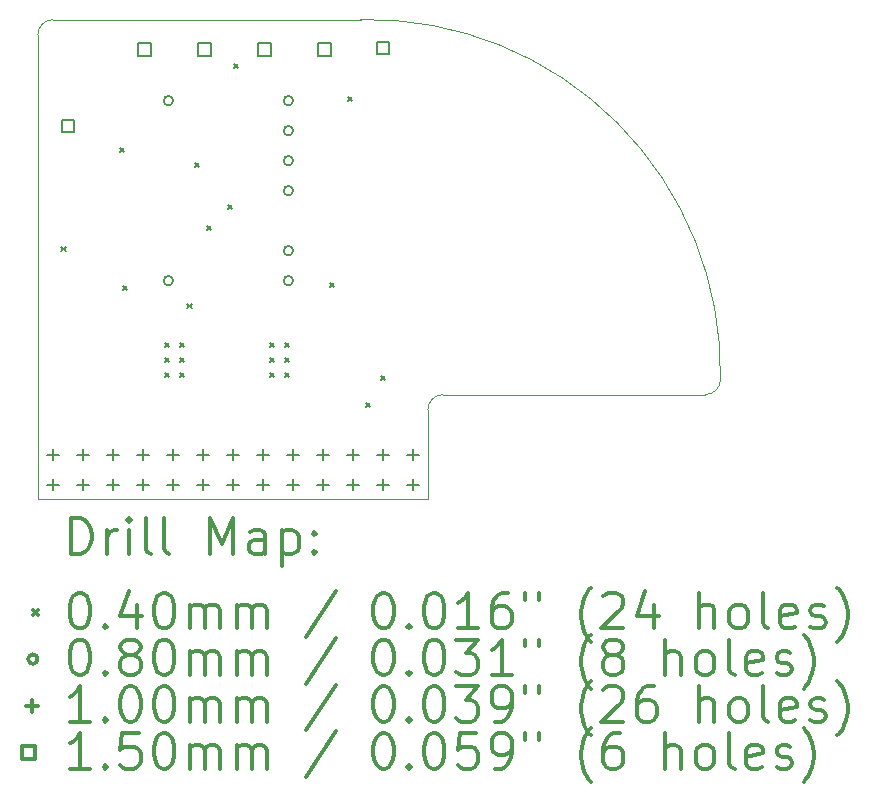
<source format=gbr>
%FSLAX45Y45*%
G04 Gerber Fmt 4.5, Leading zero omitted, Abs format (unit mm)*
G04 Created by KiCad (PCBNEW (5.1.9)-1) date 2021-02-23 11:20:20*
%MOMM*%
%LPD*%
G01*
G04 APERTURE LIST*
%TA.AperFunction,Profile*%
%ADD10C,0.050000*%
%TD*%
%ADD11C,0.200000*%
%ADD12C,0.300000*%
G04 APERTURE END LIST*
D10*
X8242300Y-5245100D02*
G75*
G02*
X8115300Y-5372100I-127000J0D01*
G01*
X5196266Y-2197059D02*
G75*
G02*
X8242300Y-5245100I61534J-2984541D01*
G01*
X2463800Y-2324100D02*
G75*
G02*
X2590800Y-2197100I127000J0D01*
G01*
X5765800Y-5499100D02*
G75*
G02*
X5892800Y-5372100I127000J0D01*
G01*
X8115300Y-5372100D02*
X5892800Y-5372100D01*
X5765800Y-5499100D02*
X5765800Y-6252600D01*
X2463800Y-6252600D02*
X5765800Y-6252600D01*
X2590800Y-2197100D02*
X5196266Y-2197059D01*
X2463800Y-2324100D02*
X2463800Y-6252600D01*
D11*
X2659700Y-4120200D02*
X2699700Y-4160200D01*
X2699700Y-4120200D02*
X2659700Y-4160200D01*
X3155000Y-3282000D02*
X3195000Y-3322000D01*
X3195000Y-3282000D02*
X3155000Y-3322000D01*
X3180400Y-4450400D02*
X3220400Y-4490400D01*
X3220400Y-4450400D02*
X3180400Y-4490400D01*
X3536000Y-4933000D02*
X3576000Y-4973000D01*
X3576000Y-4933000D02*
X3536000Y-4973000D01*
X3536000Y-5060000D02*
X3576000Y-5100000D01*
X3576000Y-5060000D02*
X3536000Y-5100000D01*
X3536000Y-5187000D02*
X3576000Y-5227000D01*
X3576000Y-5187000D02*
X3536000Y-5227000D01*
X3663000Y-4933000D02*
X3703000Y-4973000D01*
X3703000Y-4933000D02*
X3663000Y-4973000D01*
X3663000Y-5060000D02*
X3703000Y-5100000D01*
X3703000Y-5060000D02*
X3663000Y-5100000D01*
X3663000Y-5187000D02*
X3703000Y-5227000D01*
X3703000Y-5187000D02*
X3663000Y-5227000D01*
X3726500Y-4602800D02*
X3766500Y-4642800D01*
X3766500Y-4602800D02*
X3726500Y-4642800D01*
X3790000Y-3409000D02*
X3830000Y-3449000D01*
X3830000Y-3409000D02*
X3790000Y-3449000D01*
X3891600Y-3942400D02*
X3931600Y-3982400D01*
X3931600Y-3942400D02*
X3891600Y-3982400D01*
X4069400Y-3764600D02*
X4109400Y-3804600D01*
X4109400Y-3764600D02*
X4069400Y-3804600D01*
X4120200Y-2570800D02*
X4160200Y-2610800D01*
X4160200Y-2570800D02*
X4120200Y-2610800D01*
X4425000Y-4933000D02*
X4465000Y-4973000D01*
X4465000Y-4933000D02*
X4425000Y-4973000D01*
X4425000Y-5060000D02*
X4465000Y-5100000D01*
X4465000Y-5060000D02*
X4425000Y-5100000D01*
X4425000Y-5187000D02*
X4465000Y-5227000D01*
X4465000Y-5187000D02*
X4425000Y-5227000D01*
X4552000Y-4933000D02*
X4592000Y-4973000D01*
X4592000Y-4933000D02*
X4552000Y-4973000D01*
X4552000Y-5060000D02*
X4592000Y-5100000D01*
X4592000Y-5060000D02*
X4552000Y-5100000D01*
X4552000Y-5187000D02*
X4592000Y-5227000D01*
X4592000Y-5187000D02*
X4552000Y-5227000D01*
X4933000Y-4425000D02*
X4973000Y-4465000D01*
X4973000Y-4425000D02*
X4933000Y-4465000D01*
X5085400Y-2850200D02*
X5125400Y-2890200D01*
X5125400Y-2850200D02*
X5085400Y-2890200D01*
X5237800Y-5440998D02*
X5277800Y-5480998D01*
X5277800Y-5440998D02*
X5237800Y-5480998D01*
X5364800Y-5212400D02*
X5404800Y-5252400D01*
X5404800Y-5212400D02*
X5364800Y-5252400D01*
X3608700Y-2882900D02*
G75*
G03*
X3608700Y-2882900I-40000J0D01*
G01*
X3608700Y-4406900D02*
G75*
G03*
X3608700Y-4406900I-40000J0D01*
G01*
X4624700Y-2882900D02*
G75*
G03*
X4624700Y-2882900I-40000J0D01*
G01*
X4624700Y-3136900D02*
G75*
G03*
X4624700Y-3136900I-40000J0D01*
G01*
X4624700Y-3390900D02*
G75*
G03*
X4624700Y-3390900I-40000J0D01*
G01*
X4624700Y-3644900D02*
G75*
G03*
X4624700Y-3644900I-40000J0D01*
G01*
X4624700Y-4152900D02*
G75*
G03*
X4624700Y-4152900I-40000J0D01*
G01*
X4624700Y-4406900D02*
G75*
G03*
X4624700Y-4406900I-40000J0D01*
G01*
X2590800Y-5830100D02*
X2590800Y-5930100D01*
X2540800Y-5880100D02*
X2640800Y-5880100D01*
X2590800Y-6084100D02*
X2590800Y-6184100D01*
X2540800Y-6134100D02*
X2640800Y-6134100D01*
X2844800Y-5830100D02*
X2844800Y-5930100D01*
X2794800Y-5880100D02*
X2894800Y-5880100D01*
X2844800Y-6084100D02*
X2844800Y-6184100D01*
X2794800Y-6134100D02*
X2894800Y-6134100D01*
X3098800Y-5830100D02*
X3098800Y-5930100D01*
X3048800Y-5880100D02*
X3148800Y-5880100D01*
X3098800Y-6084100D02*
X3098800Y-6184100D01*
X3048800Y-6134100D02*
X3148800Y-6134100D01*
X3352800Y-5830100D02*
X3352800Y-5930100D01*
X3302800Y-5880100D02*
X3402800Y-5880100D01*
X3352800Y-6084100D02*
X3352800Y-6184100D01*
X3302800Y-6134100D02*
X3402800Y-6134100D01*
X3606800Y-5830100D02*
X3606800Y-5930100D01*
X3556800Y-5880100D02*
X3656800Y-5880100D01*
X3606800Y-6084100D02*
X3606800Y-6184100D01*
X3556800Y-6134100D02*
X3656800Y-6134100D01*
X3860800Y-5830100D02*
X3860800Y-5930100D01*
X3810800Y-5880100D02*
X3910800Y-5880100D01*
X3860800Y-6084100D02*
X3860800Y-6184100D01*
X3810800Y-6134100D02*
X3910800Y-6134100D01*
X4114800Y-5830100D02*
X4114800Y-5930100D01*
X4064800Y-5880100D02*
X4164800Y-5880100D01*
X4114800Y-6084100D02*
X4114800Y-6184100D01*
X4064800Y-6134100D02*
X4164800Y-6134100D01*
X4368800Y-5830100D02*
X4368800Y-5930100D01*
X4318800Y-5880100D02*
X4418800Y-5880100D01*
X4368800Y-6084100D02*
X4368800Y-6184100D01*
X4318800Y-6134100D02*
X4418800Y-6134100D01*
X4622800Y-5830100D02*
X4622800Y-5930100D01*
X4572800Y-5880100D02*
X4672800Y-5880100D01*
X4622800Y-6084100D02*
X4622800Y-6184100D01*
X4572800Y-6134100D02*
X4672800Y-6134100D01*
X4876800Y-5830100D02*
X4876800Y-5930100D01*
X4826800Y-5880100D02*
X4926800Y-5880100D01*
X4876800Y-6084100D02*
X4876800Y-6184100D01*
X4826800Y-6134100D02*
X4926800Y-6134100D01*
X5130800Y-5830100D02*
X5130800Y-5930100D01*
X5080800Y-5880100D02*
X5180800Y-5880100D01*
X5130800Y-6084100D02*
X5130800Y-6184100D01*
X5080800Y-6134100D02*
X5180800Y-6134100D01*
X5384800Y-5830100D02*
X5384800Y-5930100D01*
X5334800Y-5880100D02*
X5434800Y-5880100D01*
X5384800Y-6084100D02*
X5384800Y-6184100D01*
X5334800Y-6134100D02*
X5434800Y-6134100D01*
X5638800Y-5830100D02*
X5638800Y-5930100D01*
X5588800Y-5880100D02*
X5688800Y-5880100D01*
X5638800Y-6084100D02*
X5638800Y-6184100D01*
X5588800Y-6134100D02*
X5688800Y-6134100D01*
X2770834Y-3151833D02*
X2770834Y-3045766D01*
X2664767Y-3045766D01*
X2664767Y-3151833D01*
X2770834Y-3151833D01*
X3418533Y-2504134D02*
X3418533Y-2398067D01*
X3312466Y-2398067D01*
X3312466Y-2504134D01*
X3418533Y-2504134D01*
X3926533Y-2504134D02*
X3926533Y-2398067D01*
X3820466Y-2398067D01*
X3820466Y-2504134D01*
X3926533Y-2504134D01*
X4434534Y-2504134D02*
X4434534Y-2398067D01*
X4328467Y-2398067D01*
X4328467Y-2504134D01*
X4434534Y-2504134D01*
X4942534Y-2504134D02*
X4942534Y-2398067D01*
X4836467Y-2398067D01*
X4836467Y-2504134D01*
X4942534Y-2504134D01*
X5437834Y-2491434D02*
X5437834Y-2385367D01*
X5331767Y-2385367D01*
X5331767Y-2491434D01*
X5437834Y-2491434D01*
D12*
X2747728Y-6720814D02*
X2747728Y-6420814D01*
X2819157Y-6420814D01*
X2862014Y-6435100D01*
X2890586Y-6463671D01*
X2904871Y-6492243D01*
X2919157Y-6549386D01*
X2919157Y-6592243D01*
X2904871Y-6649386D01*
X2890586Y-6677957D01*
X2862014Y-6706529D01*
X2819157Y-6720814D01*
X2747728Y-6720814D01*
X3047728Y-6720814D02*
X3047728Y-6520814D01*
X3047728Y-6577957D02*
X3062014Y-6549386D01*
X3076300Y-6535100D01*
X3104871Y-6520814D01*
X3133443Y-6520814D01*
X3233443Y-6720814D02*
X3233443Y-6520814D01*
X3233443Y-6420814D02*
X3219157Y-6435100D01*
X3233443Y-6449386D01*
X3247728Y-6435100D01*
X3233443Y-6420814D01*
X3233443Y-6449386D01*
X3419157Y-6720814D02*
X3390586Y-6706529D01*
X3376300Y-6677957D01*
X3376300Y-6420814D01*
X3576300Y-6720814D02*
X3547728Y-6706529D01*
X3533443Y-6677957D01*
X3533443Y-6420814D01*
X3919157Y-6720814D02*
X3919157Y-6420814D01*
X4019157Y-6635100D01*
X4119157Y-6420814D01*
X4119157Y-6720814D01*
X4390586Y-6720814D02*
X4390586Y-6563671D01*
X4376300Y-6535100D01*
X4347728Y-6520814D01*
X4290586Y-6520814D01*
X4262014Y-6535100D01*
X4390586Y-6706529D02*
X4362014Y-6720814D01*
X4290586Y-6720814D01*
X4262014Y-6706529D01*
X4247728Y-6677957D01*
X4247728Y-6649386D01*
X4262014Y-6620814D01*
X4290586Y-6606529D01*
X4362014Y-6606529D01*
X4390586Y-6592243D01*
X4533443Y-6520814D02*
X4533443Y-6820814D01*
X4533443Y-6535100D02*
X4562014Y-6520814D01*
X4619157Y-6520814D01*
X4647728Y-6535100D01*
X4662014Y-6549386D01*
X4676300Y-6577957D01*
X4676300Y-6663671D01*
X4662014Y-6692243D01*
X4647728Y-6706529D01*
X4619157Y-6720814D01*
X4562014Y-6720814D01*
X4533443Y-6706529D01*
X4804871Y-6692243D02*
X4819157Y-6706529D01*
X4804871Y-6720814D01*
X4790586Y-6706529D01*
X4804871Y-6692243D01*
X4804871Y-6720814D01*
X4804871Y-6535100D02*
X4819157Y-6549386D01*
X4804871Y-6563671D01*
X4790586Y-6549386D01*
X4804871Y-6535100D01*
X4804871Y-6563671D01*
X2421300Y-7195100D02*
X2461300Y-7235100D01*
X2461300Y-7195100D02*
X2421300Y-7235100D01*
X2804871Y-7050814D02*
X2833443Y-7050814D01*
X2862014Y-7065100D01*
X2876300Y-7079386D01*
X2890586Y-7107957D01*
X2904871Y-7165100D01*
X2904871Y-7236529D01*
X2890586Y-7293671D01*
X2876300Y-7322243D01*
X2862014Y-7336529D01*
X2833443Y-7350814D01*
X2804871Y-7350814D01*
X2776300Y-7336529D01*
X2762014Y-7322243D01*
X2747728Y-7293671D01*
X2733443Y-7236529D01*
X2733443Y-7165100D01*
X2747728Y-7107957D01*
X2762014Y-7079386D01*
X2776300Y-7065100D01*
X2804871Y-7050814D01*
X3033443Y-7322243D02*
X3047728Y-7336529D01*
X3033443Y-7350814D01*
X3019157Y-7336529D01*
X3033443Y-7322243D01*
X3033443Y-7350814D01*
X3304871Y-7150814D02*
X3304871Y-7350814D01*
X3233443Y-7036529D02*
X3162014Y-7250814D01*
X3347728Y-7250814D01*
X3519157Y-7050814D02*
X3547728Y-7050814D01*
X3576300Y-7065100D01*
X3590586Y-7079386D01*
X3604871Y-7107957D01*
X3619157Y-7165100D01*
X3619157Y-7236529D01*
X3604871Y-7293671D01*
X3590586Y-7322243D01*
X3576300Y-7336529D01*
X3547728Y-7350814D01*
X3519157Y-7350814D01*
X3490586Y-7336529D01*
X3476300Y-7322243D01*
X3462014Y-7293671D01*
X3447728Y-7236529D01*
X3447728Y-7165100D01*
X3462014Y-7107957D01*
X3476300Y-7079386D01*
X3490586Y-7065100D01*
X3519157Y-7050814D01*
X3747728Y-7350814D02*
X3747728Y-7150814D01*
X3747728Y-7179386D02*
X3762014Y-7165100D01*
X3790586Y-7150814D01*
X3833443Y-7150814D01*
X3862014Y-7165100D01*
X3876300Y-7193671D01*
X3876300Y-7350814D01*
X3876300Y-7193671D02*
X3890586Y-7165100D01*
X3919157Y-7150814D01*
X3962014Y-7150814D01*
X3990586Y-7165100D01*
X4004871Y-7193671D01*
X4004871Y-7350814D01*
X4147728Y-7350814D02*
X4147728Y-7150814D01*
X4147728Y-7179386D02*
X4162014Y-7165100D01*
X4190586Y-7150814D01*
X4233443Y-7150814D01*
X4262014Y-7165100D01*
X4276300Y-7193671D01*
X4276300Y-7350814D01*
X4276300Y-7193671D02*
X4290586Y-7165100D01*
X4319157Y-7150814D01*
X4362014Y-7150814D01*
X4390586Y-7165100D01*
X4404871Y-7193671D01*
X4404871Y-7350814D01*
X4990586Y-7036529D02*
X4733443Y-7422243D01*
X5376300Y-7050814D02*
X5404871Y-7050814D01*
X5433443Y-7065100D01*
X5447728Y-7079386D01*
X5462014Y-7107957D01*
X5476300Y-7165100D01*
X5476300Y-7236529D01*
X5462014Y-7293671D01*
X5447728Y-7322243D01*
X5433443Y-7336529D01*
X5404871Y-7350814D01*
X5376300Y-7350814D01*
X5347728Y-7336529D01*
X5333443Y-7322243D01*
X5319157Y-7293671D01*
X5304871Y-7236529D01*
X5304871Y-7165100D01*
X5319157Y-7107957D01*
X5333443Y-7079386D01*
X5347728Y-7065100D01*
X5376300Y-7050814D01*
X5604871Y-7322243D02*
X5619157Y-7336529D01*
X5604871Y-7350814D01*
X5590586Y-7336529D01*
X5604871Y-7322243D01*
X5604871Y-7350814D01*
X5804871Y-7050814D02*
X5833443Y-7050814D01*
X5862014Y-7065100D01*
X5876300Y-7079386D01*
X5890586Y-7107957D01*
X5904871Y-7165100D01*
X5904871Y-7236529D01*
X5890586Y-7293671D01*
X5876300Y-7322243D01*
X5862014Y-7336529D01*
X5833443Y-7350814D01*
X5804871Y-7350814D01*
X5776300Y-7336529D01*
X5762014Y-7322243D01*
X5747728Y-7293671D01*
X5733443Y-7236529D01*
X5733443Y-7165100D01*
X5747728Y-7107957D01*
X5762014Y-7079386D01*
X5776300Y-7065100D01*
X5804871Y-7050814D01*
X6190586Y-7350814D02*
X6019157Y-7350814D01*
X6104871Y-7350814D02*
X6104871Y-7050814D01*
X6076300Y-7093671D01*
X6047728Y-7122243D01*
X6019157Y-7136529D01*
X6447728Y-7050814D02*
X6390586Y-7050814D01*
X6362014Y-7065100D01*
X6347728Y-7079386D01*
X6319157Y-7122243D01*
X6304871Y-7179386D01*
X6304871Y-7293671D01*
X6319157Y-7322243D01*
X6333443Y-7336529D01*
X6362014Y-7350814D01*
X6419157Y-7350814D01*
X6447728Y-7336529D01*
X6462014Y-7322243D01*
X6476300Y-7293671D01*
X6476300Y-7222243D01*
X6462014Y-7193671D01*
X6447728Y-7179386D01*
X6419157Y-7165100D01*
X6362014Y-7165100D01*
X6333443Y-7179386D01*
X6319157Y-7193671D01*
X6304871Y-7222243D01*
X6590586Y-7050814D02*
X6590586Y-7107957D01*
X6704871Y-7050814D02*
X6704871Y-7107957D01*
X7147728Y-7465100D02*
X7133443Y-7450814D01*
X7104871Y-7407957D01*
X7090586Y-7379386D01*
X7076300Y-7336529D01*
X7062014Y-7265100D01*
X7062014Y-7207957D01*
X7076300Y-7136529D01*
X7090586Y-7093671D01*
X7104871Y-7065100D01*
X7133443Y-7022243D01*
X7147728Y-7007957D01*
X7247728Y-7079386D02*
X7262014Y-7065100D01*
X7290586Y-7050814D01*
X7362014Y-7050814D01*
X7390586Y-7065100D01*
X7404871Y-7079386D01*
X7419157Y-7107957D01*
X7419157Y-7136529D01*
X7404871Y-7179386D01*
X7233443Y-7350814D01*
X7419157Y-7350814D01*
X7676300Y-7150814D02*
X7676300Y-7350814D01*
X7604871Y-7036529D02*
X7533443Y-7250814D01*
X7719157Y-7250814D01*
X8062014Y-7350814D02*
X8062014Y-7050814D01*
X8190586Y-7350814D02*
X8190586Y-7193671D01*
X8176300Y-7165100D01*
X8147728Y-7150814D01*
X8104871Y-7150814D01*
X8076300Y-7165100D01*
X8062014Y-7179386D01*
X8376300Y-7350814D02*
X8347728Y-7336529D01*
X8333443Y-7322243D01*
X8319157Y-7293671D01*
X8319157Y-7207957D01*
X8333443Y-7179386D01*
X8347728Y-7165100D01*
X8376300Y-7150814D01*
X8419157Y-7150814D01*
X8447728Y-7165100D01*
X8462014Y-7179386D01*
X8476300Y-7207957D01*
X8476300Y-7293671D01*
X8462014Y-7322243D01*
X8447728Y-7336529D01*
X8419157Y-7350814D01*
X8376300Y-7350814D01*
X8647728Y-7350814D02*
X8619157Y-7336529D01*
X8604871Y-7307957D01*
X8604871Y-7050814D01*
X8876300Y-7336529D02*
X8847728Y-7350814D01*
X8790586Y-7350814D01*
X8762014Y-7336529D01*
X8747728Y-7307957D01*
X8747728Y-7193671D01*
X8762014Y-7165100D01*
X8790586Y-7150814D01*
X8847728Y-7150814D01*
X8876300Y-7165100D01*
X8890586Y-7193671D01*
X8890586Y-7222243D01*
X8747728Y-7250814D01*
X9004871Y-7336529D02*
X9033443Y-7350814D01*
X9090586Y-7350814D01*
X9119157Y-7336529D01*
X9133443Y-7307957D01*
X9133443Y-7293671D01*
X9119157Y-7265100D01*
X9090586Y-7250814D01*
X9047728Y-7250814D01*
X9019157Y-7236529D01*
X9004871Y-7207957D01*
X9004871Y-7193671D01*
X9019157Y-7165100D01*
X9047728Y-7150814D01*
X9090586Y-7150814D01*
X9119157Y-7165100D01*
X9233443Y-7465100D02*
X9247728Y-7450814D01*
X9276300Y-7407957D01*
X9290586Y-7379386D01*
X9304871Y-7336529D01*
X9319157Y-7265100D01*
X9319157Y-7207957D01*
X9304871Y-7136529D01*
X9290586Y-7093671D01*
X9276300Y-7065100D01*
X9247728Y-7022243D01*
X9233443Y-7007957D01*
X2461300Y-7611100D02*
G75*
G03*
X2461300Y-7611100I-40000J0D01*
G01*
X2804871Y-7446814D02*
X2833443Y-7446814D01*
X2862014Y-7461100D01*
X2876300Y-7475386D01*
X2890586Y-7503957D01*
X2904871Y-7561100D01*
X2904871Y-7632529D01*
X2890586Y-7689671D01*
X2876300Y-7718243D01*
X2862014Y-7732529D01*
X2833443Y-7746814D01*
X2804871Y-7746814D01*
X2776300Y-7732529D01*
X2762014Y-7718243D01*
X2747728Y-7689671D01*
X2733443Y-7632529D01*
X2733443Y-7561100D01*
X2747728Y-7503957D01*
X2762014Y-7475386D01*
X2776300Y-7461100D01*
X2804871Y-7446814D01*
X3033443Y-7718243D02*
X3047728Y-7732529D01*
X3033443Y-7746814D01*
X3019157Y-7732529D01*
X3033443Y-7718243D01*
X3033443Y-7746814D01*
X3219157Y-7575386D02*
X3190586Y-7561100D01*
X3176300Y-7546814D01*
X3162014Y-7518243D01*
X3162014Y-7503957D01*
X3176300Y-7475386D01*
X3190586Y-7461100D01*
X3219157Y-7446814D01*
X3276300Y-7446814D01*
X3304871Y-7461100D01*
X3319157Y-7475386D01*
X3333443Y-7503957D01*
X3333443Y-7518243D01*
X3319157Y-7546814D01*
X3304871Y-7561100D01*
X3276300Y-7575386D01*
X3219157Y-7575386D01*
X3190586Y-7589671D01*
X3176300Y-7603957D01*
X3162014Y-7632529D01*
X3162014Y-7689671D01*
X3176300Y-7718243D01*
X3190586Y-7732529D01*
X3219157Y-7746814D01*
X3276300Y-7746814D01*
X3304871Y-7732529D01*
X3319157Y-7718243D01*
X3333443Y-7689671D01*
X3333443Y-7632529D01*
X3319157Y-7603957D01*
X3304871Y-7589671D01*
X3276300Y-7575386D01*
X3519157Y-7446814D02*
X3547728Y-7446814D01*
X3576300Y-7461100D01*
X3590586Y-7475386D01*
X3604871Y-7503957D01*
X3619157Y-7561100D01*
X3619157Y-7632529D01*
X3604871Y-7689671D01*
X3590586Y-7718243D01*
X3576300Y-7732529D01*
X3547728Y-7746814D01*
X3519157Y-7746814D01*
X3490586Y-7732529D01*
X3476300Y-7718243D01*
X3462014Y-7689671D01*
X3447728Y-7632529D01*
X3447728Y-7561100D01*
X3462014Y-7503957D01*
X3476300Y-7475386D01*
X3490586Y-7461100D01*
X3519157Y-7446814D01*
X3747728Y-7746814D02*
X3747728Y-7546814D01*
X3747728Y-7575386D02*
X3762014Y-7561100D01*
X3790586Y-7546814D01*
X3833443Y-7546814D01*
X3862014Y-7561100D01*
X3876300Y-7589671D01*
X3876300Y-7746814D01*
X3876300Y-7589671D02*
X3890586Y-7561100D01*
X3919157Y-7546814D01*
X3962014Y-7546814D01*
X3990586Y-7561100D01*
X4004871Y-7589671D01*
X4004871Y-7746814D01*
X4147728Y-7746814D02*
X4147728Y-7546814D01*
X4147728Y-7575386D02*
X4162014Y-7561100D01*
X4190586Y-7546814D01*
X4233443Y-7546814D01*
X4262014Y-7561100D01*
X4276300Y-7589671D01*
X4276300Y-7746814D01*
X4276300Y-7589671D02*
X4290586Y-7561100D01*
X4319157Y-7546814D01*
X4362014Y-7546814D01*
X4390586Y-7561100D01*
X4404871Y-7589671D01*
X4404871Y-7746814D01*
X4990586Y-7432529D02*
X4733443Y-7818243D01*
X5376300Y-7446814D02*
X5404871Y-7446814D01*
X5433443Y-7461100D01*
X5447728Y-7475386D01*
X5462014Y-7503957D01*
X5476300Y-7561100D01*
X5476300Y-7632529D01*
X5462014Y-7689671D01*
X5447728Y-7718243D01*
X5433443Y-7732529D01*
X5404871Y-7746814D01*
X5376300Y-7746814D01*
X5347728Y-7732529D01*
X5333443Y-7718243D01*
X5319157Y-7689671D01*
X5304871Y-7632529D01*
X5304871Y-7561100D01*
X5319157Y-7503957D01*
X5333443Y-7475386D01*
X5347728Y-7461100D01*
X5376300Y-7446814D01*
X5604871Y-7718243D02*
X5619157Y-7732529D01*
X5604871Y-7746814D01*
X5590586Y-7732529D01*
X5604871Y-7718243D01*
X5604871Y-7746814D01*
X5804871Y-7446814D02*
X5833443Y-7446814D01*
X5862014Y-7461100D01*
X5876300Y-7475386D01*
X5890586Y-7503957D01*
X5904871Y-7561100D01*
X5904871Y-7632529D01*
X5890586Y-7689671D01*
X5876300Y-7718243D01*
X5862014Y-7732529D01*
X5833443Y-7746814D01*
X5804871Y-7746814D01*
X5776300Y-7732529D01*
X5762014Y-7718243D01*
X5747728Y-7689671D01*
X5733443Y-7632529D01*
X5733443Y-7561100D01*
X5747728Y-7503957D01*
X5762014Y-7475386D01*
X5776300Y-7461100D01*
X5804871Y-7446814D01*
X6004871Y-7446814D02*
X6190586Y-7446814D01*
X6090586Y-7561100D01*
X6133443Y-7561100D01*
X6162014Y-7575386D01*
X6176300Y-7589671D01*
X6190586Y-7618243D01*
X6190586Y-7689671D01*
X6176300Y-7718243D01*
X6162014Y-7732529D01*
X6133443Y-7746814D01*
X6047728Y-7746814D01*
X6019157Y-7732529D01*
X6004871Y-7718243D01*
X6476300Y-7746814D02*
X6304871Y-7746814D01*
X6390586Y-7746814D02*
X6390586Y-7446814D01*
X6362014Y-7489671D01*
X6333443Y-7518243D01*
X6304871Y-7532529D01*
X6590586Y-7446814D02*
X6590586Y-7503957D01*
X6704871Y-7446814D02*
X6704871Y-7503957D01*
X7147728Y-7861100D02*
X7133443Y-7846814D01*
X7104871Y-7803957D01*
X7090586Y-7775386D01*
X7076300Y-7732529D01*
X7062014Y-7661100D01*
X7062014Y-7603957D01*
X7076300Y-7532529D01*
X7090586Y-7489671D01*
X7104871Y-7461100D01*
X7133443Y-7418243D01*
X7147728Y-7403957D01*
X7304871Y-7575386D02*
X7276300Y-7561100D01*
X7262014Y-7546814D01*
X7247728Y-7518243D01*
X7247728Y-7503957D01*
X7262014Y-7475386D01*
X7276300Y-7461100D01*
X7304871Y-7446814D01*
X7362014Y-7446814D01*
X7390586Y-7461100D01*
X7404871Y-7475386D01*
X7419157Y-7503957D01*
X7419157Y-7518243D01*
X7404871Y-7546814D01*
X7390586Y-7561100D01*
X7362014Y-7575386D01*
X7304871Y-7575386D01*
X7276300Y-7589671D01*
X7262014Y-7603957D01*
X7247728Y-7632529D01*
X7247728Y-7689671D01*
X7262014Y-7718243D01*
X7276300Y-7732529D01*
X7304871Y-7746814D01*
X7362014Y-7746814D01*
X7390586Y-7732529D01*
X7404871Y-7718243D01*
X7419157Y-7689671D01*
X7419157Y-7632529D01*
X7404871Y-7603957D01*
X7390586Y-7589671D01*
X7362014Y-7575386D01*
X7776300Y-7746814D02*
X7776300Y-7446814D01*
X7904871Y-7746814D02*
X7904871Y-7589671D01*
X7890586Y-7561100D01*
X7862014Y-7546814D01*
X7819157Y-7546814D01*
X7790586Y-7561100D01*
X7776300Y-7575386D01*
X8090586Y-7746814D02*
X8062014Y-7732529D01*
X8047728Y-7718243D01*
X8033443Y-7689671D01*
X8033443Y-7603957D01*
X8047728Y-7575386D01*
X8062014Y-7561100D01*
X8090586Y-7546814D01*
X8133443Y-7546814D01*
X8162014Y-7561100D01*
X8176300Y-7575386D01*
X8190586Y-7603957D01*
X8190586Y-7689671D01*
X8176300Y-7718243D01*
X8162014Y-7732529D01*
X8133443Y-7746814D01*
X8090586Y-7746814D01*
X8362014Y-7746814D02*
X8333443Y-7732529D01*
X8319157Y-7703957D01*
X8319157Y-7446814D01*
X8590586Y-7732529D02*
X8562014Y-7746814D01*
X8504871Y-7746814D01*
X8476300Y-7732529D01*
X8462014Y-7703957D01*
X8462014Y-7589671D01*
X8476300Y-7561100D01*
X8504871Y-7546814D01*
X8562014Y-7546814D01*
X8590586Y-7561100D01*
X8604871Y-7589671D01*
X8604871Y-7618243D01*
X8462014Y-7646814D01*
X8719157Y-7732529D02*
X8747728Y-7746814D01*
X8804871Y-7746814D01*
X8833443Y-7732529D01*
X8847728Y-7703957D01*
X8847728Y-7689671D01*
X8833443Y-7661100D01*
X8804871Y-7646814D01*
X8762014Y-7646814D01*
X8733443Y-7632529D01*
X8719157Y-7603957D01*
X8719157Y-7589671D01*
X8733443Y-7561100D01*
X8762014Y-7546814D01*
X8804871Y-7546814D01*
X8833443Y-7561100D01*
X8947728Y-7861100D02*
X8962014Y-7846814D01*
X8990586Y-7803957D01*
X9004871Y-7775386D01*
X9019157Y-7732529D01*
X9033443Y-7661100D01*
X9033443Y-7603957D01*
X9019157Y-7532529D01*
X9004871Y-7489671D01*
X8990586Y-7461100D01*
X8962014Y-7418243D01*
X8947728Y-7403957D01*
X2411300Y-7957100D02*
X2411300Y-8057100D01*
X2361300Y-8007100D02*
X2461300Y-8007100D01*
X2904871Y-8142814D02*
X2733443Y-8142814D01*
X2819157Y-8142814D02*
X2819157Y-7842814D01*
X2790586Y-7885671D01*
X2762014Y-7914243D01*
X2733443Y-7928529D01*
X3033443Y-8114243D02*
X3047728Y-8128529D01*
X3033443Y-8142814D01*
X3019157Y-8128529D01*
X3033443Y-8114243D01*
X3033443Y-8142814D01*
X3233443Y-7842814D02*
X3262014Y-7842814D01*
X3290586Y-7857100D01*
X3304871Y-7871386D01*
X3319157Y-7899957D01*
X3333443Y-7957100D01*
X3333443Y-8028529D01*
X3319157Y-8085671D01*
X3304871Y-8114243D01*
X3290586Y-8128529D01*
X3262014Y-8142814D01*
X3233443Y-8142814D01*
X3204871Y-8128529D01*
X3190586Y-8114243D01*
X3176300Y-8085671D01*
X3162014Y-8028529D01*
X3162014Y-7957100D01*
X3176300Y-7899957D01*
X3190586Y-7871386D01*
X3204871Y-7857100D01*
X3233443Y-7842814D01*
X3519157Y-7842814D02*
X3547728Y-7842814D01*
X3576300Y-7857100D01*
X3590586Y-7871386D01*
X3604871Y-7899957D01*
X3619157Y-7957100D01*
X3619157Y-8028529D01*
X3604871Y-8085671D01*
X3590586Y-8114243D01*
X3576300Y-8128529D01*
X3547728Y-8142814D01*
X3519157Y-8142814D01*
X3490586Y-8128529D01*
X3476300Y-8114243D01*
X3462014Y-8085671D01*
X3447728Y-8028529D01*
X3447728Y-7957100D01*
X3462014Y-7899957D01*
X3476300Y-7871386D01*
X3490586Y-7857100D01*
X3519157Y-7842814D01*
X3747728Y-8142814D02*
X3747728Y-7942814D01*
X3747728Y-7971386D02*
X3762014Y-7957100D01*
X3790586Y-7942814D01*
X3833443Y-7942814D01*
X3862014Y-7957100D01*
X3876300Y-7985671D01*
X3876300Y-8142814D01*
X3876300Y-7985671D02*
X3890586Y-7957100D01*
X3919157Y-7942814D01*
X3962014Y-7942814D01*
X3990586Y-7957100D01*
X4004871Y-7985671D01*
X4004871Y-8142814D01*
X4147728Y-8142814D02*
X4147728Y-7942814D01*
X4147728Y-7971386D02*
X4162014Y-7957100D01*
X4190586Y-7942814D01*
X4233443Y-7942814D01*
X4262014Y-7957100D01*
X4276300Y-7985671D01*
X4276300Y-8142814D01*
X4276300Y-7985671D02*
X4290586Y-7957100D01*
X4319157Y-7942814D01*
X4362014Y-7942814D01*
X4390586Y-7957100D01*
X4404871Y-7985671D01*
X4404871Y-8142814D01*
X4990586Y-7828529D02*
X4733443Y-8214243D01*
X5376300Y-7842814D02*
X5404871Y-7842814D01*
X5433443Y-7857100D01*
X5447728Y-7871386D01*
X5462014Y-7899957D01*
X5476300Y-7957100D01*
X5476300Y-8028529D01*
X5462014Y-8085671D01*
X5447728Y-8114243D01*
X5433443Y-8128529D01*
X5404871Y-8142814D01*
X5376300Y-8142814D01*
X5347728Y-8128529D01*
X5333443Y-8114243D01*
X5319157Y-8085671D01*
X5304871Y-8028529D01*
X5304871Y-7957100D01*
X5319157Y-7899957D01*
X5333443Y-7871386D01*
X5347728Y-7857100D01*
X5376300Y-7842814D01*
X5604871Y-8114243D02*
X5619157Y-8128529D01*
X5604871Y-8142814D01*
X5590586Y-8128529D01*
X5604871Y-8114243D01*
X5604871Y-8142814D01*
X5804871Y-7842814D02*
X5833443Y-7842814D01*
X5862014Y-7857100D01*
X5876300Y-7871386D01*
X5890586Y-7899957D01*
X5904871Y-7957100D01*
X5904871Y-8028529D01*
X5890586Y-8085671D01*
X5876300Y-8114243D01*
X5862014Y-8128529D01*
X5833443Y-8142814D01*
X5804871Y-8142814D01*
X5776300Y-8128529D01*
X5762014Y-8114243D01*
X5747728Y-8085671D01*
X5733443Y-8028529D01*
X5733443Y-7957100D01*
X5747728Y-7899957D01*
X5762014Y-7871386D01*
X5776300Y-7857100D01*
X5804871Y-7842814D01*
X6004871Y-7842814D02*
X6190586Y-7842814D01*
X6090586Y-7957100D01*
X6133443Y-7957100D01*
X6162014Y-7971386D01*
X6176300Y-7985671D01*
X6190586Y-8014243D01*
X6190586Y-8085671D01*
X6176300Y-8114243D01*
X6162014Y-8128529D01*
X6133443Y-8142814D01*
X6047728Y-8142814D01*
X6019157Y-8128529D01*
X6004871Y-8114243D01*
X6333443Y-8142814D02*
X6390586Y-8142814D01*
X6419157Y-8128529D01*
X6433443Y-8114243D01*
X6462014Y-8071386D01*
X6476300Y-8014243D01*
X6476300Y-7899957D01*
X6462014Y-7871386D01*
X6447728Y-7857100D01*
X6419157Y-7842814D01*
X6362014Y-7842814D01*
X6333443Y-7857100D01*
X6319157Y-7871386D01*
X6304871Y-7899957D01*
X6304871Y-7971386D01*
X6319157Y-7999957D01*
X6333443Y-8014243D01*
X6362014Y-8028529D01*
X6419157Y-8028529D01*
X6447728Y-8014243D01*
X6462014Y-7999957D01*
X6476300Y-7971386D01*
X6590586Y-7842814D02*
X6590586Y-7899957D01*
X6704871Y-7842814D02*
X6704871Y-7899957D01*
X7147728Y-8257100D02*
X7133443Y-8242814D01*
X7104871Y-8199957D01*
X7090586Y-8171386D01*
X7076300Y-8128529D01*
X7062014Y-8057100D01*
X7062014Y-7999957D01*
X7076300Y-7928529D01*
X7090586Y-7885671D01*
X7104871Y-7857100D01*
X7133443Y-7814243D01*
X7147728Y-7799957D01*
X7247728Y-7871386D02*
X7262014Y-7857100D01*
X7290586Y-7842814D01*
X7362014Y-7842814D01*
X7390586Y-7857100D01*
X7404871Y-7871386D01*
X7419157Y-7899957D01*
X7419157Y-7928529D01*
X7404871Y-7971386D01*
X7233443Y-8142814D01*
X7419157Y-8142814D01*
X7676300Y-7842814D02*
X7619157Y-7842814D01*
X7590586Y-7857100D01*
X7576300Y-7871386D01*
X7547728Y-7914243D01*
X7533443Y-7971386D01*
X7533443Y-8085671D01*
X7547728Y-8114243D01*
X7562014Y-8128529D01*
X7590586Y-8142814D01*
X7647728Y-8142814D01*
X7676300Y-8128529D01*
X7690586Y-8114243D01*
X7704871Y-8085671D01*
X7704871Y-8014243D01*
X7690586Y-7985671D01*
X7676300Y-7971386D01*
X7647728Y-7957100D01*
X7590586Y-7957100D01*
X7562014Y-7971386D01*
X7547728Y-7985671D01*
X7533443Y-8014243D01*
X8062014Y-8142814D02*
X8062014Y-7842814D01*
X8190586Y-8142814D02*
X8190586Y-7985671D01*
X8176300Y-7957100D01*
X8147728Y-7942814D01*
X8104871Y-7942814D01*
X8076300Y-7957100D01*
X8062014Y-7971386D01*
X8376300Y-8142814D02*
X8347728Y-8128529D01*
X8333443Y-8114243D01*
X8319157Y-8085671D01*
X8319157Y-7999957D01*
X8333443Y-7971386D01*
X8347728Y-7957100D01*
X8376300Y-7942814D01*
X8419157Y-7942814D01*
X8447728Y-7957100D01*
X8462014Y-7971386D01*
X8476300Y-7999957D01*
X8476300Y-8085671D01*
X8462014Y-8114243D01*
X8447728Y-8128529D01*
X8419157Y-8142814D01*
X8376300Y-8142814D01*
X8647728Y-8142814D02*
X8619157Y-8128529D01*
X8604871Y-8099957D01*
X8604871Y-7842814D01*
X8876300Y-8128529D02*
X8847728Y-8142814D01*
X8790586Y-8142814D01*
X8762014Y-8128529D01*
X8747728Y-8099957D01*
X8747728Y-7985671D01*
X8762014Y-7957100D01*
X8790586Y-7942814D01*
X8847728Y-7942814D01*
X8876300Y-7957100D01*
X8890586Y-7985671D01*
X8890586Y-8014243D01*
X8747728Y-8042814D01*
X9004871Y-8128529D02*
X9033443Y-8142814D01*
X9090586Y-8142814D01*
X9119157Y-8128529D01*
X9133443Y-8099957D01*
X9133443Y-8085671D01*
X9119157Y-8057100D01*
X9090586Y-8042814D01*
X9047728Y-8042814D01*
X9019157Y-8028529D01*
X9004871Y-7999957D01*
X9004871Y-7985671D01*
X9019157Y-7957100D01*
X9047728Y-7942814D01*
X9090586Y-7942814D01*
X9119157Y-7957100D01*
X9233443Y-8257100D02*
X9247728Y-8242814D01*
X9276300Y-8199957D01*
X9290586Y-8171386D01*
X9304871Y-8128529D01*
X9319157Y-8057100D01*
X9319157Y-7999957D01*
X9304871Y-7928529D01*
X9290586Y-7885671D01*
X9276300Y-7857100D01*
X9247728Y-7814243D01*
X9233443Y-7799957D01*
X2439333Y-8456134D02*
X2439333Y-8350067D01*
X2333266Y-8350067D01*
X2333266Y-8456134D01*
X2439333Y-8456134D01*
X2904871Y-8538814D02*
X2733443Y-8538814D01*
X2819157Y-8538814D02*
X2819157Y-8238814D01*
X2790586Y-8281671D01*
X2762014Y-8310243D01*
X2733443Y-8324529D01*
X3033443Y-8510243D02*
X3047728Y-8524529D01*
X3033443Y-8538814D01*
X3019157Y-8524529D01*
X3033443Y-8510243D01*
X3033443Y-8538814D01*
X3319157Y-8238814D02*
X3176300Y-8238814D01*
X3162014Y-8381671D01*
X3176300Y-8367386D01*
X3204871Y-8353100D01*
X3276300Y-8353100D01*
X3304871Y-8367386D01*
X3319157Y-8381671D01*
X3333443Y-8410243D01*
X3333443Y-8481672D01*
X3319157Y-8510243D01*
X3304871Y-8524529D01*
X3276300Y-8538814D01*
X3204871Y-8538814D01*
X3176300Y-8524529D01*
X3162014Y-8510243D01*
X3519157Y-8238814D02*
X3547728Y-8238814D01*
X3576300Y-8253100D01*
X3590586Y-8267386D01*
X3604871Y-8295957D01*
X3619157Y-8353100D01*
X3619157Y-8424529D01*
X3604871Y-8481672D01*
X3590586Y-8510243D01*
X3576300Y-8524529D01*
X3547728Y-8538814D01*
X3519157Y-8538814D01*
X3490586Y-8524529D01*
X3476300Y-8510243D01*
X3462014Y-8481672D01*
X3447728Y-8424529D01*
X3447728Y-8353100D01*
X3462014Y-8295957D01*
X3476300Y-8267386D01*
X3490586Y-8253100D01*
X3519157Y-8238814D01*
X3747728Y-8538814D02*
X3747728Y-8338814D01*
X3747728Y-8367386D02*
X3762014Y-8353100D01*
X3790586Y-8338814D01*
X3833443Y-8338814D01*
X3862014Y-8353100D01*
X3876300Y-8381671D01*
X3876300Y-8538814D01*
X3876300Y-8381671D02*
X3890586Y-8353100D01*
X3919157Y-8338814D01*
X3962014Y-8338814D01*
X3990586Y-8353100D01*
X4004871Y-8381671D01*
X4004871Y-8538814D01*
X4147728Y-8538814D02*
X4147728Y-8338814D01*
X4147728Y-8367386D02*
X4162014Y-8353100D01*
X4190586Y-8338814D01*
X4233443Y-8338814D01*
X4262014Y-8353100D01*
X4276300Y-8381671D01*
X4276300Y-8538814D01*
X4276300Y-8381671D02*
X4290586Y-8353100D01*
X4319157Y-8338814D01*
X4362014Y-8338814D01*
X4390586Y-8353100D01*
X4404871Y-8381671D01*
X4404871Y-8538814D01*
X4990586Y-8224529D02*
X4733443Y-8610243D01*
X5376300Y-8238814D02*
X5404871Y-8238814D01*
X5433443Y-8253100D01*
X5447728Y-8267386D01*
X5462014Y-8295957D01*
X5476300Y-8353100D01*
X5476300Y-8424529D01*
X5462014Y-8481672D01*
X5447728Y-8510243D01*
X5433443Y-8524529D01*
X5404871Y-8538814D01*
X5376300Y-8538814D01*
X5347728Y-8524529D01*
X5333443Y-8510243D01*
X5319157Y-8481672D01*
X5304871Y-8424529D01*
X5304871Y-8353100D01*
X5319157Y-8295957D01*
X5333443Y-8267386D01*
X5347728Y-8253100D01*
X5376300Y-8238814D01*
X5604871Y-8510243D02*
X5619157Y-8524529D01*
X5604871Y-8538814D01*
X5590586Y-8524529D01*
X5604871Y-8510243D01*
X5604871Y-8538814D01*
X5804871Y-8238814D02*
X5833443Y-8238814D01*
X5862014Y-8253100D01*
X5876300Y-8267386D01*
X5890586Y-8295957D01*
X5904871Y-8353100D01*
X5904871Y-8424529D01*
X5890586Y-8481672D01*
X5876300Y-8510243D01*
X5862014Y-8524529D01*
X5833443Y-8538814D01*
X5804871Y-8538814D01*
X5776300Y-8524529D01*
X5762014Y-8510243D01*
X5747728Y-8481672D01*
X5733443Y-8424529D01*
X5733443Y-8353100D01*
X5747728Y-8295957D01*
X5762014Y-8267386D01*
X5776300Y-8253100D01*
X5804871Y-8238814D01*
X6176300Y-8238814D02*
X6033443Y-8238814D01*
X6019157Y-8381671D01*
X6033443Y-8367386D01*
X6062014Y-8353100D01*
X6133443Y-8353100D01*
X6162014Y-8367386D01*
X6176300Y-8381671D01*
X6190586Y-8410243D01*
X6190586Y-8481672D01*
X6176300Y-8510243D01*
X6162014Y-8524529D01*
X6133443Y-8538814D01*
X6062014Y-8538814D01*
X6033443Y-8524529D01*
X6019157Y-8510243D01*
X6333443Y-8538814D02*
X6390586Y-8538814D01*
X6419157Y-8524529D01*
X6433443Y-8510243D01*
X6462014Y-8467386D01*
X6476300Y-8410243D01*
X6476300Y-8295957D01*
X6462014Y-8267386D01*
X6447728Y-8253100D01*
X6419157Y-8238814D01*
X6362014Y-8238814D01*
X6333443Y-8253100D01*
X6319157Y-8267386D01*
X6304871Y-8295957D01*
X6304871Y-8367386D01*
X6319157Y-8395957D01*
X6333443Y-8410243D01*
X6362014Y-8424529D01*
X6419157Y-8424529D01*
X6447728Y-8410243D01*
X6462014Y-8395957D01*
X6476300Y-8367386D01*
X6590586Y-8238814D02*
X6590586Y-8295957D01*
X6704871Y-8238814D02*
X6704871Y-8295957D01*
X7147728Y-8653100D02*
X7133443Y-8638814D01*
X7104871Y-8595957D01*
X7090586Y-8567386D01*
X7076300Y-8524529D01*
X7062014Y-8453100D01*
X7062014Y-8395957D01*
X7076300Y-8324529D01*
X7090586Y-8281671D01*
X7104871Y-8253100D01*
X7133443Y-8210243D01*
X7147728Y-8195957D01*
X7390586Y-8238814D02*
X7333443Y-8238814D01*
X7304871Y-8253100D01*
X7290586Y-8267386D01*
X7262014Y-8310243D01*
X7247728Y-8367386D01*
X7247728Y-8481672D01*
X7262014Y-8510243D01*
X7276300Y-8524529D01*
X7304871Y-8538814D01*
X7362014Y-8538814D01*
X7390586Y-8524529D01*
X7404871Y-8510243D01*
X7419157Y-8481672D01*
X7419157Y-8410243D01*
X7404871Y-8381671D01*
X7390586Y-8367386D01*
X7362014Y-8353100D01*
X7304871Y-8353100D01*
X7276300Y-8367386D01*
X7262014Y-8381671D01*
X7247728Y-8410243D01*
X7776300Y-8538814D02*
X7776300Y-8238814D01*
X7904871Y-8538814D02*
X7904871Y-8381671D01*
X7890586Y-8353100D01*
X7862014Y-8338814D01*
X7819157Y-8338814D01*
X7790586Y-8353100D01*
X7776300Y-8367386D01*
X8090586Y-8538814D02*
X8062014Y-8524529D01*
X8047728Y-8510243D01*
X8033443Y-8481672D01*
X8033443Y-8395957D01*
X8047728Y-8367386D01*
X8062014Y-8353100D01*
X8090586Y-8338814D01*
X8133443Y-8338814D01*
X8162014Y-8353100D01*
X8176300Y-8367386D01*
X8190586Y-8395957D01*
X8190586Y-8481672D01*
X8176300Y-8510243D01*
X8162014Y-8524529D01*
X8133443Y-8538814D01*
X8090586Y-8538814D01*
X8362014Y-8538814D02*
X8333443Y-8524529D01*
X8319157Y-8495957D01*
X8319157Y-8238814D01*
X8590586Y-8524529D02*
X8562014Y-8538814D01*
X8504871Y-8538814D01*
X8476300Y-8524529D01*
X8462014Y-8495957D01*
X8462014Y-8381671D01*
X8476300Y-8353100D01*
X8504871Y-8338814D01*
X8562014Y-8338814D01*
X8590586Y-8353100D01*
X8604871Y-8381671D01*
X8604871Y-8410243D01*
X8462014Y-8438814D01*
X8719157Y-8524529D02*
X8747728Y-8538814D01*
X8804871Y-8538814D01*
X8833443Y-8524529D01*
X8847728Y-8495957D01*
X8847728Y-8481672D01*
X8833443Y-8453100D01*
X8804871Y-8438814D01*
X8762014Y-8438814D01*
X8733443Y-8424529D01*
X8719157Y-8395957D01*
X8719157Y-8381671D01*
X8733443Y-8353100D01*
X8762014Y-8338814D01*
X8804871Y-8338814D01*
X8833443Y-8353100D01*
X8947728Y-8653100D02*
X8962014Y-8638814D01*
X8990586Y-8595957D01*
X9004871Y-8567386D01*
X9019157Y-8524529D01*
X9033443Y-8453100D01*
X9033443Y-8395957D01*
X9019157Y-8324529D01*
X9004871Y-8281671D01*
X8990586Y-8253100D01*
X8962014Y-8210243D01*
X8947728Y-8195957D01*
M02*

</source>
